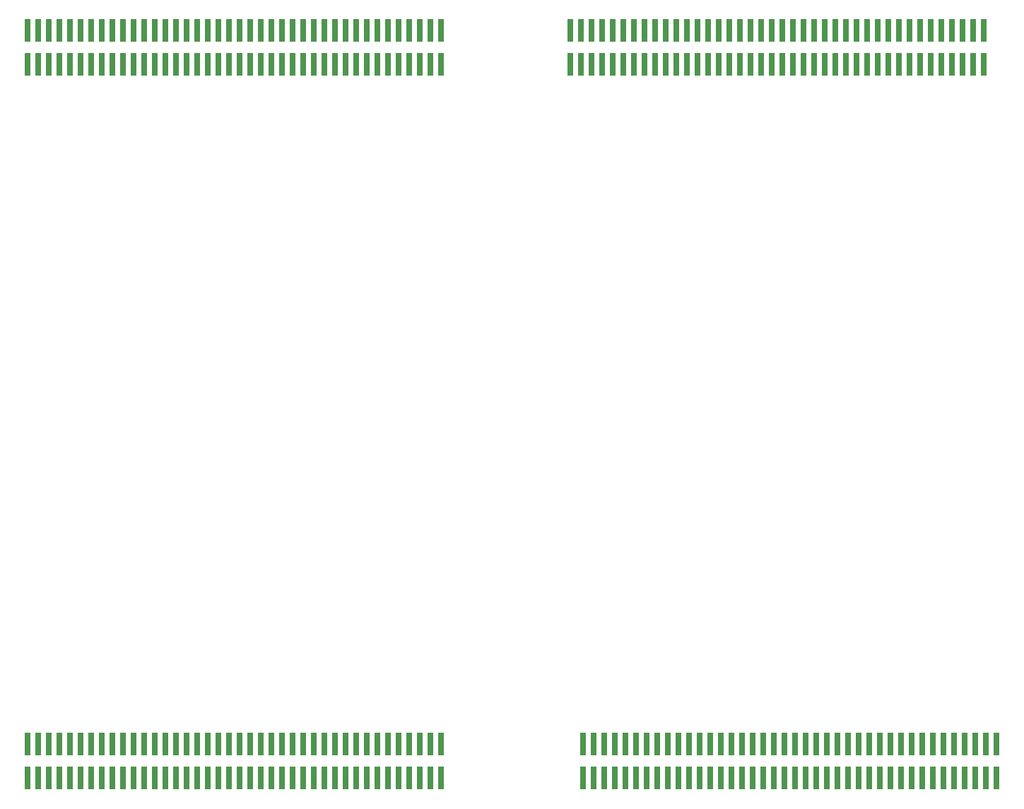
<source format=gbr>
%TF.GenerationSoftware,Altium Limited,Altium Designer,25.5.2 (35)*%
G04 Layer_Color=8421504*
%FSLAX45Y45*%
%MOMM*%
%TF.SameCoordinates,6948D1F0-C69E-42BD-806E-39CAA59B2E28*%
%TF.FilePolarity,Positive*%
%TF.FileFunction,Paste,Top*%
%TF.Part,Single*%
G01*
G75*
%TA.AperFunction,SMDPad,SMDef*%
%ADD10R,0.74000X2.79000*%
D10*
X-3706400Y9472325D02*
D03*
X-3833400D02*
D03*
Y9065325D02*
D03*
X-5992400D02*
D03*
X-3706400D02*
D03*
X-5992400Y9472325D02*
D03*
X-6246400D02*
D03*
X-7516400D02*
D03*
X-6373400D02*
D03*
Y9065325D02*
D03*
X-7516400D02*
D03*
X-3554000Y920145D02*
D03*
X-3681000D02*
D03*
X-3554000Y513145D02*
D03*
X-3681000D02*
D03*
X-10208800Y9472325D02*
D03*
Y9065325D02*
D03*
X-10335800Y9472325D02*
D03*
Y9065325D02*
D03*
X-10208800Y920145D02*
D03*
X-10335800D02*
D03*
X-11351800Y9472325D02*
D03*
X-13256799D02*
D03*
X-14907800Y9065325D02*
D03*
X-11351800D02*
D03*
X-13256799D02*
D03*
X-10335800Y513145D02*
D03*
X-10208800D02*
D03*
X-8507000D02*
D03*
Y920145D02*
D03*
X-8380000Y513145D02*
D03*
Y920145D02*
D03*
X-8253000Y513145D02*
D03*
Y920145D02*
D03*
X-8126000Y513145D02*
D03*
Y920145D02*
D03*
X-7999000Y513145D02*
D03*
Y920145D02*
D03*
X-7872000Y513145D02*
D03*
Y920145D02*
D03*
X-7745000Y513145D02*
D03*
Y920145D02*
D03*
X-7618000Y513145D02*
D03*
Y920145D02*
D03*
X-7491000Y513145D02*
D03*
Y920145D02*
D03*
X-7364000Y513145D02*
D03*
Y920145D02*
D03*
X-7237000Y513145D02*
D03*
Y920145D02*
D03*
X-7110000Y513145D02*
D03*
Y920145D02*
D03*
X-6983000Y513145D02*
D03*
Y920145D02*
D03*
X-6856000Y513145D02*
D03*
Y920145D02*
D03*
X-6729000Y513145D02*
D03*
Y920145D02*
D03*
X-6602000Y513145D02*
D03*
Y920145D02*
D03*
X-6475000Y513145D02*
D03*
Y920145D02*
D03*
X-6348000Y513145D02*
D03*
Y920145D02*
D03*
X-6221000Y513145D02*
D03*
Y920145D02*
D03*
X-6094000Y513145D02*
D03*
Y920145D02*
D03*
X-5967000Y513145D02*
D03*
Y920145D02*
D03*
X-5840000Y513145D02*
D03*
Y920145D02*
D03*
X-5713000Y513145D02*
D03*
Y920145D02*
D03*
X-5586000Y513145D02*
D03*
Y920145D02*
D03*
X-5459000Y513145D02*
D03*
Y920145D02*
D03*
X-5332000Y513145D02*
D03*
Y920145D02*
D03*
X-5205000Y513145D02*
D03*
Y920145D02*
D03*
X-5078000Y513145D02*
D03*
Y920145D02*
D03*
X-4951000Y513145D02*
D03*
Y920145D02*
D03*
X-4824000Y513145D02*
D03*
Y920145D02*
D03*
X-4697000Y513145D02*
D03*
Y920145D02*
D03*
X-4570000Y513145D02*
D03*
Y920145D02*
D03*
X-4443000Y513145D02*
D03*
Y920145D02*
D03*
X-4316000Y513145D02*
D03*
Y920145D02*
D03*
X-4189000Y513145D02*
D03*
Y920145D02*
D03*
X-4062000Y513145D02*
D03*
Y920145D02*
D03*
X-3935000Y513145D02*
D03*
Y920145D02*
D03*
X-3808000Y513145D02*
D03*
Y920145D02*
D03*
X-8659400Y9065325D02*
D03*
Y9472325D02*
D03*
X-8532400Y9065325D02*
D03*
Y9472325D02*
D03*
X-8405400Y9065325D02*
D03*
Y9472325D02*
D03*
X-8278400Y9065325D02*
D03*
Y9472325D02*
D03*
X-8151400Y9065325D02*
D03*
Y9472325D02*
D03*
X-8024400Y9065325D02*
D03*
Y9472325D02*
D03*
X-7897400Y9065325D02*
D03*
Y9472325D02*
D03*
X-7770400Y9065325D02*
D03*
Y9472325D02*
D03*
X-7643400Y9065325D02*
D03*
Y9472325D02*
D03*
X-7389400Y9065325D02*
D03*
Y9472325D02*
D03*
X-7262400Y9065325D02*
D03*
Y9472325D02*
D03*
X-7135400Y9065325D02*
D03*
Y9472325D02*
D03*
X-7008400Y9065325D02*
D03*
Y9472325D02*
D03*
X-6881400Y9065325D02*
D03*
Y9472325D02*
D03*
X-6754400Y9065325D02*
D03*
Y9472325D02*
D03*
X-6627400Y9065325D02*
D03*
Y9472325D02*
D03*
X-6500400Y9065325D02*
D03*
Y9472325D02*
D03*
X-6246400Y9065325D02*
D03*
X-6119400D02*
D03*
Y9472325D02*
D03*
X-5865400Y9065325D02*
D03*
Y9472325D02*
D03*
X-5738400Y9065325D02*
D03*
Y9472325D02*
D03*
X-5611400Y9065325D02*
D03*
Y9472325D02*
D03*
X-5484400Y9065325D02*
D03*
Y9472325D02*
D03*
X-5357400Y9065325D02*
D03*
Y9472325D02*
D03*
X-5230400Y9065325D02*
D03*
Y9472325D02*
D03*
X-5103400Y9065325D02*
D03*
Y9472325D02*
D03*
X-4976400Y9065325D02*
D03*
Y9472325D02*
D03*
X-4849400Y9065325D02*
D03*
Y9472325D02*
D03*
X-4722400Y9065325D02*
D03*
Y9472325D02*
D03*
X-4595400Y9065325D02*
D03*
Y9472325D02*
D03*
X-4468400Y9065325D02*
D03*
Y9472325D02*
D03*
X-4341400Y9065325D02*
D03*
Y9472325D02*
D03*
X-4214400Y9065325D02*
D03*
Y9472325D02*
D03*
X-4087400Y9065325D02*
D03*
Y9472325D02*
D03*
X-3960400Y9065325D02*
D03*
Y9472325D02*
D03*
X-15161800Y513145D02*
D03*
Y920145D02*
D03*
X-15034801Y513145D02*
D03*
Y920145D02*
D03*
X-14907800Y513145D02*
D03*
Y920145D02*
D03*
X-14780800Y513145D02*
D03*
Y920145D02*
D03*
X-14653799Y513145D02*
D03*
Y920145D02*
D03*
X-14526801Y513145D02*
D03*
Y920145D02*
D03*
X-14399800Y513145D02*
D03*
Y920145D02*
D03*
X-14272800Y513145D02*
D03*
Y920145D02*
D03*
X-14145799Y513145D02*
D03*
Y920145D02*
D03*
X-14018800Y513145D02*
D03*
Y920145D02*
D03*
X-13891800Y513145D02*
D03*
Y920145D02*
D03*
X-13764799Y513145D02*
D03*
Y920145D02*
D03*
X-13637801Y513145D02*
D03*
Y920145D02*
D03*
X-13510800Y513145D02*
D03*
Y920145D02*
D03*
X-13383800Y513145D02*
D03*
Y920145D02*
D03*
X-13256799Y513145D02*
D03*
Y920145D02*
D03*
X-13129800Y513145D02*
D03*
Y920145D02*
D03*
X-13002800Y513145D02*
D03*
Y920145D02*
D03*
X-12875800Y513145D02*
D03*
Y920145D02*
D03*
X-12748800Y513145D02*
D03*
Y920145D02*
D03*
X-12621800Y513145D02*
D03*
Y920145D02*
D03*
X-12494800Y513145D02*
D03*
Y920145D02*
D03*
X-12367800Y513145D02*
D03*
Y920145D02*
D03*
X-12240800Y513145D02*
D03*
Y920145D02*
D03*
X-12113800Y513145D02*
D03*
Y920145D02*
D03*
X-11986800Y513145D02*
D03*
Y920145D02*
D03*
X-11859800Y513145D02*
D03*
Y920145D02*
D03*
X-11732800Y513145D02*
D03*
Y920145D02*
D03*
X-11605800Y513145D02*
D03*
Y920145D02*
D03*
X-11478800Y513145D02*
D03*
Y920145D02*
D03*
X-11351800Y513145D02*
D03*
Y920145D02*
D03*
X-11224800Y513145D02*
D03*
Y920145D02*
D03*
X-11097800Y513145D02*
D03*
Y920145D02*
D03*
X-10970800Y513145D02*
D03*
Y920145D02*
D03*
X-10843800Y513145D02*
D03*
Y920145D02*
D03*
X-10716800Y513145D02*
D03*
Y920145D02*
D03*
X-10589800Y513145D02*
D03*
Y920145D02*
D03*
X-10462800Y513145D02*
D03*
Y920145D02*
D03*
X-15161800Y9065325D02*
D03*
Y9472325D02*
D03*
X-15034801Y9065325D02*
D03*
Y9472325D02*
D03*
X-14907800D02*
D03*
X-14780800Y9065325D02*
D03*
Y9472325D02*
D03*
X-14653799Y9065325D02*
D03*
Y9472325D02*
D03*
X-14526801Y9065325D02*
D03*
Y9472325D02*
D03*
X-14399800Y9065325D02*
D03*
Y9472325D02*
D03*
X-14272800Y9065325D02*
D03*
Y9472325D02*
D03*
X-14145799Y9065325D02*
D03*
Y9472325D02*
D03*
X-14018800Y9065325D02*
D03*
Y9472325D02*
D03*
X-13891800Y9065325D02*
D03*
Y9472325D02*
D03*
X-13764799Y9065325D02*
D03*
Y9472325D02*
D03*
X-13637801Y9065325D02*
D03*
Y9472325D02*
D03*
X-13510800Y9065325D02*
D03*
Y9472325D02*
D03*
X-13383800Y9065325D02*
D03*
Y9472325D02*
D03*
X-13129800Y9065325D02*
D03*
Y9472325D02*
D03*
X-13002800Y9065325D02*
D03*
Y9472325D02*
D03*
X-12875800Y9065325D02*
D03*
Y9472325D02*
D03*
X-12748800Y9065325D02*
D03*
Y9472325D02*
D03*
X-12621800Y9065325D02*
D03*
Y9472325D02*
D03*
X-12494800Y9065325D02*
D03*
Y9472325D02*
D03*
X-12367800Y9065325D02*
D03*
Y9472325D02*
D03*
X-12240800Y9065325D02*
D03*
Y9472325D02*
D03*
X-12113800Y9065325D02*
D03*
Y9472325D02*
D03*
X-11986800Y9065325D02*
D03*
Y9472325D02*
D03*
X-11859800Y9065325D02*
D03*
Y9472325D02*
D03*
X-11732800Y9065325D02*
D03*
Y9472325D02*
D03*
X-11605800Y9065325D02*
D03*
Y9472325D02*
D03*
X-11478800Y9065325D02*
D03*
Y9472325D02*
D03*
X-11224800Y9065325D02*
D03*
Y9472325D02*
D03*
X-11097800Y9065325D02*
D03*
Y9472325D02*
D03*
X-10970800Y9065325D02*
D03*
Y9472325D02*
D03*
X-10843800Y9065325D02*
D03*
Y9472325D02*
D03*
X-10716800Y9065325D02*
D03*
Y9472325D02*
D03*
X-10589800Y9065325D02*
D03*
Y9472325D02*
D03*
X-10462800Y9065325D02*
D03*
Y9472325D02*
D03*
%TF.MD5,e0bcd4ca5f6c5d800834cb5573b241d0*%
M02*

</source>
